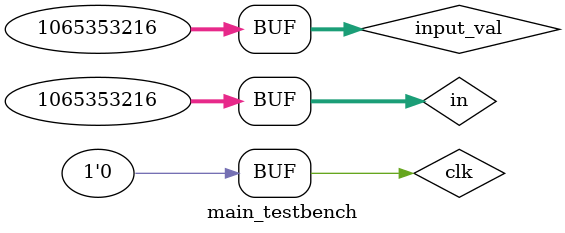
<source format=sv>

module main_testbench;
  
  wire[31:0] in;
  wire[31:0] out;

  wire[21:0] inter;

  reg[31:0] input_val;
  reg clk;

  assign in = input_val;
  
  initial begin 
    clk = 0;
    input_val = 32'h3f800000;
    repeat(20) begin
      #10;
      clk = ~clk;
    end
  end
  
  always @ (posedge clk) begin

    $display("%0d --- in == %0h, out = %0h", $time, in, out);
  end 

  cordic_stage_multi_stage_latency #(
    .NUM_STAGES(16)
  ) dut (
    .float_in(in),
    .float_out(out),
    .clk(clk)
  );
  
endmodule 
  

</source>
